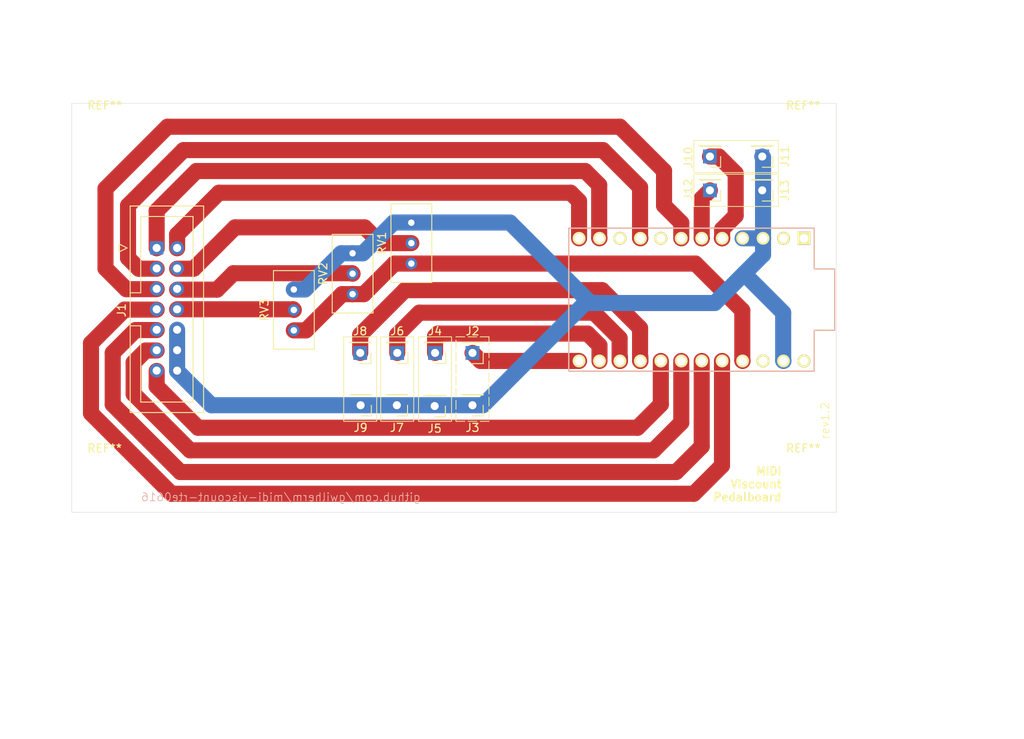
<source format=kicad_pcb>
(kicad_pcb (version 20240108) (generator "pcbnew") (generator_version "8.0")
  (title_block (rev "1.3"))
  (layers (0 "F.Cu" signal) (31 "B.Cu" signal) (34 "B.Paste" user) (35 "F.Paste" user) (36 "B.SilkS" user "B.Silkscreen") (37 "F.SilkS" user "F.Silkscreen") (38 "B.Mask" user) (39 "F.Mask" user) (44 "Edge.Cuts" user))
  (net 0 "")
  (net 1 "Net-(U1-VCC)")
  (net 3 "Net-(J2-Pin_1)")
  (net 5 "Net-(J4-Pin_1)")
  (net 8 "Net-(J10-Pin_1)")
  (net 11 "Vseg1")
  (net 12 "VSeg3")
  (net 13 "Vseg4")
  (net 14 "Vseg2")
  (net 15 "Net-(J12-Pin_1)")
  (net 16 "Net-(J6-Pin_1)")
  (net 17 "Net-(J8-Pin_1)")
  (net 18 "Net-(J1-Pin_1)")
  (net 19 "Net-(J1-Pin_7)")
  (net 20 "Net-(J1-Pin_13)")
  (net 21 "Net-(J1-Pin_9)")
  (net 22 "Net-(J1-Pin_3)")
  (net 23 "Net-(J1-Pin_11)")
  (net 24 "Net-(J1-Pin_2)")
  (net 25 "Net-(J1-Pin_5)")
  (footprint "MountingHole:MountingHole_3.2mm_M3_ISO7380" (layer "F.Cu") (at 47.6 39)
    (property "Reference" "REF**" (at 0 -3.85 0) (layer "F.SilkS"))
    (property "Value" "MountingHole_3.2mm_M3_ISO7380")
    (pad "" np_thru_hole circle (at 0 0) (size 3.2 3.2) (drill 3.2) (layers "*.Cu" "*.Mask"))
  )
  (footprint "Connector_PinHeader_2.54mm:PinHeader_1x01_P2.54mm_Vertical" (layer "F.Cu") (at 122.8 45.7 180)
    (property "Reference" "J12" (at 2.7 0.1 -90) (layer "F.SilkS"))
    (property "Value" "Conn_01x01_Pin")
    (fp_line (start 1.33 1.27) (end 1.33 1.33) (stroke (width 0.12)) (layer "F.SilkS"))
    (fp_line (start -1.33 1.33) (end 1.33 1.33) (stroke (width 0.12)) (layer "F.SilkS"))
    (fp_line (start -1.33 1.27) (end 1.33 1.27) (stroke (width 0.12)) (layer "F.SilkS"))
    (fp_line (start -1.33 1.27) (end -1.33 1.33) (stroke (width 0.12)) (layer "F.SilkS"))
    (fp_line (start -1.33 0) (end -1.33 -1.33) (stroke (width 0.12)) (layer "F.SilkS"))
    (fp_line (start -1.33 -1.33) (end 0 -1.33) (stroke (width 0.12)) (layer "F.SilkS"))
    (pad "1" thru_hole rect (at 0 0 180) (size 1.7 1.7) (drill 1) (layers "*.Cu" "*.Mask") (net 15 "Net-(J12-Pin_1)"))
  )
  (footprint "MountingHole:MountingHole_3.2mm_M3_ISO7380" (layer "F.Cu") (at 134.4 39)
    (property "Reference" "REF**" (at 0 -3.85 0) (layer "F.SilkS"))
    (property "Value" "MountingHole_3.2mm_M3_ISO7380")
    (pad "" np_thru_hole circle (at 0 0) (size 3.2 3.2) (drill 3.2) (layers "*.Cu" "*.Mask"))
  )
  (footprint "Connector_PinHeader_2.54mm:PinHeader_1x01_P2.54mm_Vertical" (layer "F.Cu") (at 88.65 65.9 180)
    (property "Reference" "J4" (at 0 2.7 180) (layer "F.SilkS"))
    (property "Value" "Conn_01x01_Pin")
    (fp_line (start 1.33 1.27) (end 1.33 1.33) (stroke (width 0.12)) (layer "F.SilkS"))
    (fp_line (start -1.33 1.33) (end 1.33 1.33) (stroke (width 0.12)) (layer "F.SilkS"))
    (fp_line (start -1.33 1.27) (end 1.33 1.27) (stroke (width 0.12)) (layer "F.SilkS"))
    (fp_line (start -1.33 1.27) (end -1.33 1.33) (stroke (width 0.12)) (layer "F.SilkS"))
    (fp_line (start -1.33 0) (end -1.33 -1.33) (stroke (width 0.12)) (layer "F.SilkS"))
    (fp_line (start -1.33 -1.33) (end 0 -1.33) (stroke (width 0.12)) (layer "F.SilkS"))
    (pad "1" thru_hole rect (at 0 0 180) (size 1.7 1.7) (drill 1) (layers "*.Cu" "*.Mask") (net 5 "Net-(J4-Pin_1)"))
  )
  (footprint "Connector_PinHeader_2.54mm:PinHeader_1x01_P2.54mm_Vertical" (layer "F.Cu") (at 88.6 72.5 180)
    (property "Reference" "J5" (at 0 -2.8 180) (layer "F.SilkS"))
    (property "Value" "Conn_01x01_Pin")
    (fp_line (start 1.33 1.27) (end 1.33 1.33) (stroke (width 0.12)) (layer "F.SilkS"))
    (fp_line (start -1.33 1.33) (end 1.33 1.33) (stroke (width 0.12)) (layer "F.SilkS"))
    (fp_line (start -1.33 1.27) (end 1.33 1.27) (stroke (width 0.12)) (layer "F.SilkS"))
    (fp_line (start -1.33 1.27) (end -1.33 1.33) (stroke (width 0.12)) (layer "F.SilkS"))
    (fp_line (start -1.33 0) (end -1.33 -1.33) (stroke (width 0.12)) (layer "F.SilkS"))
    (fp_line (start -1.33 -1.33) (end 0 -1.33) (stroke (width 0.12)) (layer "F.SilkS"))
    (pad "1" thru_hole rect (at 0 0 180) (size 1.7 1.7) (drill 1) (layers "*.Cu" "*.Mask") (net 13 "Vseg4"))
  )
  (footprint "Connector_PinHeader_2.54mm:PinHeader_1x01_P2.54mm_Vertical" (layer "F.Cu") (at 93.3 72.4 180)
    (property "Reference" "J3" (at 0 -2.8 180) (layer "F.SilkS"))
    (property "Value" "Conn_01x01_Pin")
    (fp_line (start 1.33 1.27) (end 1.33 1.33) (stroke (width 0.12)) (layer "F.SilkS"))
    (fp_line (start -1.33 1.33) (end 1.33 1.33) (stroke (width 0.12)) (layer "F.SilkS"))
    (fp_line (start -1.33 1.27) (end 1.33 1.27) (stroke (width 0.12)) (layer "F.SilkS"))
    (fp_line (start -1.33 1.27) (end -1.33 1.33) (stroke (width 0.12)) (layer "F.SilkS"))
    (fp_line (start -1.33 0) (end -1.33 -1.33) (stroke (width 0.12)) (layer "F.SilkS"))
    (fp_line (start -1.33 -1.33) (end 0 -1.33) (stroke (width 0.12)) (layer "F.SilkS"))
    (pad "1" thru_hole rect (at 0 0 180) (size 1.7 1.7) (drill 1) (layers "*.Cu" "*.Mask") (net 13 "Vseg4"))
  )
  (footprint "Connector_PinHeader_2.54mm:PinHeader_1x01_P2.54mm_Vertical" (layer "F.Cu") (at 83.9 72.4 180)
    (property "Reference" "J7" (at 0 -2.8 180) (layer "F.SilkS"))
    (property "Value" "Conn_01x01_Pin")
    (fp_line (start 1.33 1.27) (end 1.33 1.33) (stroke (width 0.12)) (layer "F.SilkS"))
    (fp_line (start -1.33 1.33) (end 1.33 1.33) (stroke (width 0.12)) (layer "F.SilkS"))
    (fp_line (start -1.33 1.27) (end 1.33 1.27) (stroke (width 0.12)) (layer "F.SilkS"))
    (fp_line (start -1.33 1.27) (end -1.33 1.33) (stroke (width 0.12)) (layer "F.SilkS"))
    (fp_line (start -1.33 0) (end -1.33 -1.33) (stroke (width 0.12)) (layer "F.SilkS"))
    (fp_line (start -1.33 -1.33) (end 0 -1.33) (stroke (width 0.12)) (layer "F.SilkS"))
    (pad "1" thru_hole rect (at 0 0 180) (size 1.7 1.7) (drill 1) (layers "*.Cu" "*.Mask") (net 13 "Vseg4"))
  )
  (footprint "MountingHole:MountingHole_3.2mm_M3_ISO7380" (layer "F.Cu") (at 134.4 81.6)
    (property "Reference" "REF**" (at 0 -3.85 0) (layer "F.SilkS"))
    (property "Value" "MountingHole_3.2mm_M3_ISO7380")
    (pad "" np_thru_hole circle (at 0 0) (size 3.2 3.2) (drill 3.2) (layers "*.Cu" "*.Mask"))
  )
  (footprint "Connector_PinHeader_2.54mm:PinHeader_1x01_P2.54mm_Vertical" (layer "F.Cu") (at 83.95 65.9 180)
    (property "Reference" "J6" (at 0 2.7 180) (layer "F.SilkS"))
    (property "Value" "Conn_01x01_Pin")
    (fp_line (start 1.33 1.27) (end 1.33 1.33) (stroke (width 0.12)) (layer "F.SilkS"))
    (fp_line (start -1.33 1.33) (end 1.33 1.33) (stroke (width 0.12)) (layer "F.SilkS"))
    (fp_line (start -1.33 1.27) (end 1.33 1.27) (stroke (width 0.12)) (layer "F.SilkS"))
    (fp_line (start -1.33 1.27) (end -1.33 1.33) (stroke (width 0.12)) (layer "F.SilkS"))
    (fp_line (start -1.33 0) (end -1.33 -1.33) (stroke (width 0.12)) (layer "F.SilkS"))
    (fp_line (start -1.33 -1.33) (end 0 -1.33) (stroke (width 0.12)) (layer "F.SilkS"))
    (pad "1" thru_hole rect (at 0 0 180) (size 1.7 1.7) (drill 1) (layers "*.Cu" "*.Mask") (net 16 "Net-(J6-Pin_1)"))
  )
  (footprint "Connector_PinHeader_2.54mm:PinHeader_1x01_P2.54mm_Vertical" (layer "F.Cu") (at 122.8 41.5 180)
    (property "Reference" "J10" (at 2.7 -0.1 -90) (layer "F.SilkS"))
    (property "Value" "Conn_01x01_Pin")
    (fp_line (start 1.33 1.27) (end 1.33 1.33) (stroke (width 0.12)) (layer "F.SilkS"))
    (fp_line (start -1.33 1.33) (end 1.33 1.33) (stroke (width 0.12)) (layer "F.SilkS"))
    (fp_line (start -1.33 1.27) (end 1.33 1.27) (stroke (width 0.12)) (layer "F.SilkS"))
    (fp_line (start -1.33 1.27) (end -1.33 1.33) (stroke (width 0.12)) (layer "F.SilkS"))
    (fp_line (start -1.33 0) (end -1.33 -1.33) (stroke (width 0.12)) (layer "F.SilkS"))
    (fp_line (start -1.33 -1.33) (end 0 -1.33) (stroke (width 0.12)) (layer "F.SilkS"))
    (pad "1" thru_hole rect (at 0 0 180) (size 1.7 1.7) (drill 1) (layers "*.Cu" "*.Mask") (net 8 "Net-(J10-Pin_1)"))
  )
  (footprint "promicro:ProMicro" (layer "F.Cu") (at 120.51 59.28 180)
    (property "Reference" "U1" (hide yes))
    (property "Value" "ProMicro" (hide yes))
    (fp_line (start 15.24 8.89) (end -15.24 8.89) (stroke (width 0.15)) (layer "B.SilkS"))
    (fp_line (start 15.24 -8.89) (end 15.24 8.89) (stroke (width 0.15)) (layer "B.SilkS"))
    (fp_line (start -15.24 8.89) (end -15.24 3.81) (stroke (width 0.15)) (layer "B.SilkS"))
    (fp_line (start -15.24 3.81) (end -17.78 3.81) (stroke (width 0.15)) (layer "B.SilkS"))
    (fp_line (start -15.24 -3.81) (end -15.24 -8.89) (stroke (width 0.15)) (layer "B.SilkS"))
    (fp_line (start -15.24 -8.89) (end 15.24 -8.89) (stroke (width 0.15)) (layer "B.SilkS"))
    (fp_line (start -17.78 3.81) (end -17.78 -3.81) (stroke (width 0.15)) (layer "B.SilkS"))
    (fp_line (start -17.78 -3.81) (end -15.24 -3.81) (stroke (width 0.15)) (layer "B.SilkS"))
    (fp_line (start 15.24 -8.89) (end 15.24 8.89) (stroke (width 0.15)) (layer "F.SilkS"))
    (fp_line (start -15.24 8.89) (end 15.24 8.89) (stroke (width 0.15)) (layer "F.SilkS"))
    (fp_line (start -15.24 8.89) (end -15.24 3.81) (stroke (width 0.15)) (layer "F.SilkS"))
    (fp_line (start -15.24 3.81) (end -17.78 3.81) (stroke (width 0.15)) (layer "F.SilkS"))
    (fp_line (start -15.24 -3.81) (end -15.24 -8.89) (stroke (width 0.15)) (layer "F.SilkS"))
    (fp_line (start -15.24 -8.89) (end 15.24 -8.89) (stroke (width 0.15)) (layer "F.SilkS"))
    (fp_line (start -17.78 3.81) (end -17.78 -3.81) (stroke (width 0.15)) (layer "F.SilkS"))
    (fp_line (start -17.78 -3.81) (end -15.24 -3.81) (stroke (width 0.15)) (layer "F.SilkS"))
    (pad "1" thru_hole rect (at -13.97 7.62 180) (size 1.6 1.6) (drill 1.1) (layers "*.Cu" "*.Mask" "F.SilkS"))
    (pad "2" thru_hole circle (at -11.43 7.62 180) (size 1.6 1.6) (drill 1.1) (layers "*.Cu" "*.Mask" "F.SilkS"))
    (pad "3" thru_hole circle (at -8.89 7.62 180) (size 1.6 1.6) (drill 1.1) (layers "*.Cu" "*.Mask" "F.SilkS") (net 13 "Vseg4"))
    (pad "4" thru_hole circle (at -6.35 7.62 180) (size 1.6 1.6) (drill 1.1) (layers "*.Cu" "*.Mask" "F.SilkS") (net 13 "Vseg4"))
    (pad "5" thru_hole circle (at -3.81 7.62 180) (size 1.6 1.6) (drill 1.1) (layers "*.Cu" "*.Mask" "F.SilkS") (net 8 "Net-(J10-Pin_1)"))
    (pad "6" thru_hole circle (at -1.27 7.62 180) (size 1.6 1.6) (drill 1.1) (layers "*.Cu" "*.Mask" "F.SilkS") (net 15 "Net-(J12-Pin_1)"))
    (pad "7" thru_hole circle (at 1.27 7.62 180) (size 1.6 1.6) (drill 1.1) (layers "*.Cu" "*.Mask" "F.SilkS") (net 25 "Net-(J1-Pin_5)"))
    (pad "8" thru_hole circle (at 3.81 7.62 180) (size 1.6 1.6) (drill 1.1) (layers "*.Cu" "*.Mask" "F.SilkS"))
    (pad "9" thru_hole circle (at 6.35 7.62 180) (size 1.6 1.6) (drill 1.1) (layers "*.Cu" "*.Mask" "F.SilkS") (net 22 "Net-(J1-Pin_3)"))
    (pad "10" thru_hole circle (at 8.89 7.62 180) (size 1.6 1.6) (drill 1.1) (layers "*.Cu" "*.Mask" "F.SilkS"))
    (pad "11" thru_hole circle (at 11.43 7.62 180) (size 1.6 1.6) (drill 1.1) (layers "*.Cu" "*.Mask" "F.SilkS") (net 18 "Net-(J1-Pin_1)"))
    (pad "12" thru_hole circle (at 13.97 7.62 180) (size 1.6 1.6) (drill 1.1) (layers "*.Cu" "*.Mask" "F.SilkS") (net 24 "Net-(J1-Pin_2)"))
    (pad "13" thru_hole circle (at 13.97 -7.62 180) (size 1.6 1.6) (drill 1.1) (layers "*.Cu" "*.Mask" "F.SilkS") (net 3 "Net-(J2-Pin_1)"))
    (pad "14" thru_hole circle (at 11.43 -7.62 180) (size 1.6 1.6) (drill 1.1) (layers "*.Cu" "*.Mask" "F.SilkS") (net 5 "Net-(J4-Pin_1)"))
    (pad "15" thru_hole circle (at 8.89 -7.62 180) (size 1.6 1.6) (drill 1.1) (layers "*.Cu" "*.Mask" "F.SilkS") (net 16 "Net-(J6-Pin_1)"))
    (pad "16" thru_hole circle (at 6.35 -7.62 180) (size 1.6 1.6) (drill 1.1) (layers "*.Cu" "*.Mask" "F.SilkS") (net 17 "Net-(J8-Pin_1)"))
    (pad "17" thru_hole circle (at 3.81 -7.62 180) (size 1.6 1.6) (drill 1.1) (layers "*.Cu" "*.Mask" "F.SilkS") (net 20 "Net-(J1-Pin_13)"))
    (pad "18" thru_hole circle (at 1.27 -7.62 180) (size 1.6 1.6) (drill 1.1) (layers "*.Cu" "*.Mask" "F.SilkS") (net 23 "Net-(J1-Pin_11)"))
    (pad "19" thru_hole circle (at -1.27 -7.62 180) (size 1.6 1.6) (drill 1.1) (layers "*.Cu" "*.Mask" "F.SilkS") (net 21 "Net-(J1-Pin_9)"))
    (pad "20" thru_hole circle (at -3.81 -7.62 180) (size 1.6 1.6) (drill 1.1) (layers "*.Cu" "*.Mask" "F.SilkS") (net 19 "Net-(J1-Pin_7)"))
    (pad "21" thru_hole circle (at -6.35 -7.62 180) (size 1.6 1.6) (drill 1.1) (layers "*.Cu" "*.Mask" "F.SilkS") (net 1 "Net-(U1-VCC)"))
    (pad "22" thru_hole circle (at -8.89 -7.62 180) (size 1.6 1.6) (drill 1.1) (layers "*.Cu" "*.Mask" "F.SilkS"))
    (pad "23" thru_hole circle (at -11.43 -7.62 180) (size 1.6 1.6) (drill 1.1) (layers "*.Cu" "*.Mask" "F.SilkS") (net 13 "Vseg4"))
    (pad "24" thru_hole circle (at -13.97 -7.62 180) (size 1.6 1.6) (drill 1.1) (layers "*.Cu" "*.Mask" "F.SilkS"))
  )
  (footprint "MountingHole:MountingHole_3.2mm_M3_ISO7380" (layer "F.Cu") (at 47.6 81.6)
    (property "Reference" "REF**" (at 0 -3.85 0) (layer "F.SilkS"))
    (property "Value" "MountingHole_3.2mm_M3_ISO7380")
    (pad "" np_thru_hole circle (at 0 0) (size 3.2 3.2) (drill 3.2) (layers "*.Cu" "*.Mask"))
  )
  (footprint "Potentiometer_THT:Potentiometer_Bourns_3296W_Vertical" (layer "F.Cu") (at 71.1 58.02 90)
    (property "Reference" "RV3" (at -2.54 -3.66 90) (layer "F.SilkS"))
    (property "Value" "R_Potentiometer")
    (fp_line (start 2.345 -2.53) (end 2.345 2.54) (stroke (width 0.12)) (layer "F.SilkS"))
    (fp_line (start -7.425 -2.53) (end 2.345 -2.53) (stroke (width 0.12)) (layer "F.SilkS"))
    (fp_line (start -7.425 -2.53) (end -7.425 2.54) (stroke (width 0.12)) (layer "F.SilkS"))
    (fp_line (start -7.425 2.54) (end 2.345 2.54) (stroke (width 0.12)) (layer "F.SilkS"))
    (pad "1" thru_hole circle (at 0 0 90) (size 1.44 1.44) (drill 0.8) (layers "*.Cu" "*.Mask") (net 13 "Vseg4"))
    (pad "2" thru_hole circle (at -2.54 0 90) (size 1.44 1.44) (drill 0.8) (layers "*.Cu" "*.Mask") (net 12 "VSeg3"))
    (pad "3" thru_hole circle (at -5.08 0 90) (size 1.44 1.44) (drill 0.8) (layers "*.Cu" "*.Mask") (net 1 "Net-(U1-VCC)"))
  )
  (footprint "Connector_IDC:IDC-Header_2x07_P2.54mm_Vertical" (layer "F.Cu") (at 54.06 52.86)
    (property "Reference" "J1" (at -4.36 7.74 90) (layer "F.SilkS"))
    (property "Value" "Conn_02x07_Odd_Even")
    (fp_line (start -4.68 -0.5) (end -4.68 0.5) (stroke (width 0.12)) (layer "F.SilkS"))
    (fp_line (start -4.68 0.5) (end -3.68 0) (stroke (width 0.12)) (layer "F.SilkS"))
    (fp_line (start -3.68 0) (end -4.68 -0.5) (stroke (width 0.12)) (layer "F.SilkS"))
    (fp_line (start -3.29 -5.21) (end 5.83 -5.21) (stroke (width 0.12)) (layer "F.SilkS"))
    (fp_line (start -3.29 5.57) (end -1.98 5.57) (stroke (width 0.12)) (layer "F.SilkS"))
    (fp_line (start -3.29 20.45) (end -3.29 -5.21) (stroke (width 0.12)) (layer "F.SilkS"))
    (fp_line (start -1.98 -3.91) (end 4.52 -3.91) (stroke (width 0.12)) (layer "F.SilkS"))
    (fp_line (start -1.98 5.57) (end -1.98 -3.91) (stroke (width 0.12)) (layer "F.SilkS"))
    (fp_line (start -1.98 9.67) (end -3.29 9.67) (stroke (width 0.12)) (layer "F.SilkS"))
    (fp_line (start -1.98 9.67) (end -1.98 9.67) (stroke (width 0.12)) (layer "F.SilkS"))
    (fp_line (start -1.98 19.15) (end -1.98 9.67) (stroke (width 0.12)) (layer "F.SilkS"))
    (fp_line (start 4.52 -3.91) (end 4.52 19.15) (stroke (width 0.12)) (layer "F.SilkS"))
    (fp_line (start 4.52 19.15) (end -1.98 19.15) (stroke (width 0.12)) (layer "F.SilkS"))
    (fp_line (start 5.83 -5.21) (end 5.83 20.45) (stroke (width 0.12)) (layer "F.SilkS"))
    (fp_line (start 5.83 20.45) (end -3.29 20.45) (stroke (width 0.12)) (layer "F.SilkS"))
    (pad "1" thru_hole roundrect (at 0 0) (size 1.7 1.7) (drill 1) (layers "*.Cu" "*.Mask") (roundrect_rratio 0.147059) (net 18 "Net-(J1-Pin_1)"))
    (pad "2" thru_hole circle (at 2.54 0) (size 1.7 1.7) (drill 1) (layers "*.Cu" "*.Mask") (net 24 "Net-(J1-Pin_2)"))
    (pad "3" thru_hole circle (at 0 2.54) (size 1.7 1.7) (drill 1) (layers "*.Cu" "*.Mask") (net 22 "Net-(J1-Pin_3)"))
    (pad "4" thru_hole circle (at 2.54 2.54) (size 1.7 1.7) (drill 1) (layers "*.Cu" "*.Mask") (net 11 "Vseg1"))
    (pad "5" thru_hole circle (at 0 5.08) (size 1.7 1.7) (drill 1) (layers "*.Cu" "*.Mask") (net 25 "Net-(J1-Pin_5)"))
    (pad "6" thru_hole circle (at 2.54 5.08) (size 1.7 1.7) (drill 1) (layers "*.Cu" "*.Mask") (net 14 "Vseg2"))
    (pad "7" thru_hole circle (at 0 7.62) (size 1.7 1.7) (drill 1) (layers "*.Cu" "*.Mask") (net 19 "Net-(J1-Pin_7)"))
    (pad "8" thru_hole circle (at 2.54 7.62) (size 1.7 1.7) (drill 1) (layers "*.Cu" "*.Mask") (net 12 "VSeg3"))
    (pad "9" thru_hole circle (at 0 10.16) (size 1.7 1.7) (drill 1) (layers "*.Cu" "*.Mask") (net 21 "Net-(J1-Pin_9)"))
    (pad "10" thru_hole circle (at 2.54 10.16) (size 1.7 1.7) (drill 1) (layers "*.Cu" "*.Mask") (net 13 "Vseg4"))
    (pad "11" thru_hole circle (at 0 12.7) (size 1.7 1.7) (drill 1) (layers "*.Cu" "*.Mask") (net 23 "Net-(J1-Pin_11)"))
    (pad "12" thru_hole circle (at 2.54 12.7) (size 1.7 1.7) (drill 1) (layers "*.Cu" "*.Mask") (net 13 "Vseg4"))
    (pad "13" thru_hole circle (at 0 15.24) (size 1.7 1.7) (drill 1) (layers "*.Cu" "*.Mask") (net 20 "Net-(J1-Pin_13)"))
    (pad "14" thru_hole circle (at 2.54 15.24) (size 1.7 1.7) (drill 1) (layers "*.Cu" "*.Mask") (net 13 "Vseg4"))
  )
  (footprint "Potentiometer_THT:Potentiometer_Bourns_3296W_Vertical" (layer "F.Cu") (at 78.4 53.52 90)
    (property "Reference" "RV2" (at -2.54 -3.66 90) (layer "F.SilkS"))
    (property "Value" "R_Potentiometer")
    (fp_line (start 2.345 -2.53) (end 2.345 2.54) (stroke (width 0.12)) (layer "F.SilkS"))
    (fp_line (start -7.425 -2.53) (end 2.345 -2.53) (stroke (width 0.12)) (layer "F.SilkS"))
    (fp_line (start -7.425 -2.53) (end -7.425 2.54) (stroke (width 0.12)) (layer "F.SilkS"))
    (fp_line (start -7.425 2.54) (end 2.345 2.54) (stroke (width 0.12)) (layer "F.SilkS"))
    (pad "1" thru_hole circle (at 0 0 90) (size 1.44 1.44) (drill 0.8) (layers "*.Cu" "*.Mask") (net 13 "Vseg4"))
    (pad "2" thru_hole circle (at -2.54 0 90) (size 1.44 1.44) (drill 0.8) (layers "*.Cu" "*.Mask") (net 14 "Vseg2"))
    (pad "3" thru_hole circle (at -5.08 0 90) (size 1.44 1.44) (drill 0.8) (layers "*.Cu" "*.Mask") (net 1 "Net-(U1-VCC)"))
  )
  (footprint "Connector_PinHeader_2.54mm:PinHeader_1x01_P2.54mm_Vertical" (layer "F.Cu") (at 79.35 65.9 180)
    (property "Reference" "J8" (at 0 2.7 180) (layer "F.SilkS"))
    (property "Value" "Conn_01x01_Pin")
    (fp_line (start 1.33 1.27) (end 1.33 1.33) (stroke (width 0.12)) (layer "F.SilkS"))
    (fp_line (start -1.33 1.33) (end 1.33 1.33) (stroke (width 0.12)) (layer "F.SilkS"))
    (fp_line (start -1.33 1.27) (end 1.33 1.27) (stroke (width 0.12)) (layer "F.SilkS"))
    (fp_line (start -1.33 1.27) (end -1.33 1.33) (stroke (width 0.12)) (layer "F.SilkS"))
    (fp_line (start -1.33 0) (end -1.33 -1.33) (stroke (width 0.12)) (layer "F.SilkS"))
    (fp_line (start -1.33 -1.33) (end 0 -1.33) (stroke (width 0.12)) (layer "F.SilkS"))
    (pad "1" thru_hole rect (at 0 0 180) (size 1.7 1.7) (drill 1) (layers "*.Cu" "*.Mask") (net 17 "Net-(J8-Pin_1)"))
  )
  (footprint "Connector_PinHeader_2.54mm:PinHeader_1x01_P2.54mm_Vertical" (layer "F.Cu") (at 79.4 72.4 180)
    (property "Reference" "J9" (at 0 -2.8 180) (layer "F.SilkS"))
    (property "Value" "Conn_01x01_Pin")
    (fp_line (start 1.33 1.27) (end 1.33 1.33) (stroke (width 0.12)) (layer "F.SilkS"))
    (fp_line (start -1.33 1.33) (end 1.33 1.33) (stroke (width 0.12)) (layer "F.SilkS"))
    (fp_line (start -1.33 1.27) (end 1.33 1.27) (stroke (width 0.12)) (layer "F.SilkS"))
    (fp_line (start -1.33 1.27) (end -1.33 1.33) (stroke (width 0.12)) (layer "F.SilkS"))
    (fp_line (start -1.33 0) (end -1.33 -1.33) (stroke (width 0.12)) (layer "F.SilkS"))
    (fp_line (start -1.33 -1.33) (end 0 -1.33) (stroke (width 0.12)) (layer "F.SilkS"))
    (pad "1" thru_hole rect (at 0 0 180) (size 1.7 1.7) (drill 1) (layers "*.Cu" "*.Mask") (net 13 "Vseg4"))
  )
  (footprint "Connector_PinHeader_2.54mm:PinHeader_1x01_P2.54mm_Vertical" (layer "F.Cu") (at 129.3 41.5 180)
    (property "Reference" "J11" (at -2.8 0 -90) (layer "F.SilkS"))
    (property "Value" "Conn_01x01_Pin")
    (fp_line (start 1.33 1.27) (end 1.33 1.33) (stroke (width 0.12)) (layer "F.SilkS"))
    (fp_line (start -1.33 1.33) (end 1.33 1.33) (stroke (width 0.12)) (layer "F.SilkS"))
    (fp_line (start -1.33 1.27) (end 1.33 1.27) (stroke (width 0.12)) (layer "F.SilkS"))
    (fp_line (start -1.33 1.27) (end -1.33 1.33) (stroke (width 0.12)) (layer "F.SilkS"))
    (fp_line (start -1.33 0) (end -1.33 -1.33) (stroke (width 0.12)) (layer "F.SilkS"))
    (fp_line (start -1.33 -1.33) (end 0 -1.33) (stroke (width 0.12)) (layer "F.SilkS"))
    (pad "1" thru_hole rect (at 0 0 180) (size 1.7 1.7) (drill 1) (layers "*.Cu" "*.Mask") (net 13 "Vseg4"))
  )
  (footprint "Connector_PinHeader_2.54mm:PinHeader_1x01_P2.54mm_Vertical" (layer "F.Cu") (at 93.3 65.9 180)
    (property "Reference" "J2" (at 0 2.7 180) (layer "F.SilkS"))
    (property "Value" "Conn_01x01_Pin")
    (fp_line (start 1.33 1.27) (end 1.33 1.33) (stroke (width 0.12)) (layer "F.SilkS"))
    (fp_line (start -1.33 1.33) (end 1.33 1.33) (stroke (width 0.12)) (layer "F.SilkS"))
    (fp_line (start -1.33 1.27) (end 1.33 1.27) (stroke (width 0.12)) (layer "F.SilkS"))
    (fp_line (start -1.33 1.27) (end -1.33 1.33) (stroke (width 0.12)) (layer "F.SilkS"))
    (fp_line (start -1.33 0) (end -1.33 -1.33) (stroke (width 0.12)) (layer "F.SilkS"))
    (fp_line (start -1.33 -1.33) (end 0 -1.33) (stroke (width 0.12)) (layer "F.SilkS"))
    (pad "1" thru_hole rect (at 0 0 180) (size 1.7 1.7) (drill 1) (layers "*.Cu" "*.Mask") (net 3 "Net-(J2-Pin_1)"))
  )
  (footprint "Connector_PinHeader_2.54mm:PinHeader_1x01_P2.54mm_Vertical" (layer "F.Cu") (at 129.3 45.7 180)
    (property "Reference" "J13" (at -2.8 0 -90) (layer "F.SilkS"))
    (property "Value" "Conn_01x01_Pin")
    (fp_line (start 1.33 1.27) (end 1.33 1.33) (stroke (width 0.12)) (layer "F.SilkS"))
    (fp_line (start -1.33 1.33) (end 1.33 1.33) (stroke (width 0.12)) (layer "F.SilkS"))
    (fp_line (start -1.33 1.27) (end 1.33 1.27) (stroke (width 0.12)) (layer "F.SilkS"))
    (fp_line (start -1.33 1.27) (end -1.33 1.33) (stroke (width 0.12)) (layer "F.SilkS"))
    (fp_line (start -1.33 0) (end -1.33 -1.33) (stroke (width 0.12)) (layer "F.SilkS"))
    (fp_line (start -1.33 -1.33) (end 0 -1.33) (stroke (width 0.12)) (layer "F.SilkS"))
    (pad "1" thru_hole rect (at 0 0 180) (size 1.7 1.7) (drill 1) (layers "*.Cu" "*.Mask") (net 13 "Vseg4"))
  )
  (footprint "Potentiometer_THT:Potentiometer_Bourns_3296W_Vertical" (layer "F.Cu") (at 85.7 49.72 90)
    (property "Reference" "RV1" (at -2.54 -3.66 90) (layer "F.SilkS"))
    (property "Value" "R_Potentiometer")
    (fp_line (start 2.345 -2.53) (end 2.345 2.54) (stroke (width 0.12)) (layer "F.SilkS"))
    (fp_line (start -7.425 -2.53) (end 2.345 -2.53) (stroke (width 0.12)) (layer "F.SilkS"))
    (fp_line (start -7.425 -2.53) (end -7.425 2.54) (stroke (width 0.12)) (layer "F.SilkS"))
    (fp_line (start -7.425 2.54) (end 2.345 2.54) (stroke (width 0.12)) (layer "F.SilkS"))
    (pad "1" thru_hole circle (at 0 0 90) (size 1.44 1.44) (drill 0.8) (layers "*.Cu" "*.Mask") (net 13 "Vseg4"))
    (pad "2" thru_hole circle (at -2.54 0 90) (size 1.44 1.44) (drill 0.8) (layers "*.Cu" "*.Mask") (net 11 "Vseg1"))
    (pad "3" thru_hole circle (at -5.08 0 90) (size 1.44 1.44) (drill 0.8) (layers "*.Cu" "*.Mask") (net 1 "Net-(U1-VCC)"))
  )
  (gr_rect (start 120.8 39.5) (end 131.3 43.5) (stroke (width 0.1)) (fill none) (layer "F.SilkS"))
  (gr_rect (start 91.25 63.9) (end 95.35 74.4) (stroke (width 0.1) (type dash)) (fill none) (layer "F.SilkS"))
  (gr_rect (start 77.3 63.9) (end 81.4 74.4) (stroke (width 0.1)) (fill none) (layer "F.SilkS"))
  (gr_rect (start 86.6 63.9) (end 90.7 74.4) (stroke (width 0.1)) (fill none) (layer "F.SilkS"))
  (gr_rect (start 120.8 43.7) (end 131.3 47.7) (stroke (width 0.1)) (fill none) (layer "F.SilkS"))
  (gr_rect (start 81.9 63.9) (end 86 74.4) (stroke (width 0.1)) (fill none) (layer "F.SilkS"))
  (gr_rect (start 43.5 34.9) (end 138.5 85.7) (stroke (width 0.05)) (fill none) (layer "Edge.Cuts"))
  (gr_text "github.com/gwilherm/midi-viscount-rte0616" (at 86.9 84.4 0) (layer "B.SilkS") (effects (font (size 1 1) (thickness 0.1)) (justify left bottom mirror)))
  (gr_text "rev1.2" (at 137.7 76.7 90) (layer "F.SilkS") (effects (font (size 1 1) (thickness 0.1)) (justify left bottom)))
  (gr_text "MIDI\nViscount\nPedalboard" (at 131.8 84.4 0) (layer "F.SilkS") (effects (font (size 1 1) (thickness 0.2) (bold yes)) (justify right bottom)))
  (segment (start 126.82 66.86) (end 126.86 66.9) (width 2) (layer "F.Cu") (net 1))
  (segment (start 79.8 58.6) (end 83.6 54.8) (width 2) (layer "F.Cu") (net 1))
  (segment (start 78.4 58.6) (end 77.1 58.6) (width 2) (layer "F.Cu") (net 1))
  (segment (start 78.4 58.6) (end 79.8 58.6) (width 2) (layer "F.Cu") (net 1))
  (segment (start 77.1 58.6) (end 72.6 63.1) (width 2) (layer "F.Cu") (net 1))
  (segment (start 83.6 54.8) (end 121 54.8) (width 2) (layer "F.Cu") (net 1))
  (segment (start 72.6 63.1) (end 71.1 63.1) (width 2) (layer "F.Cu") (net 1))
  (segment (start 121 54.8) (end 126.82 60.62) (width 2) (layer "F.Cu") (net 1))
  (segment (start 78.38 58.58) (end 78.4 58.6) (width 2) (layer "F.Cu") (net 1))
  (segment (start 126.82 60.62) (end 126.82 66.86) (width 2) (layer "F.Cu") (net 1))
  (segment (start 94.3 66.9) (end 93.3 65.9) (width 2) (layer "F.Cu") (net 3))
  (segment (start 106.54 66.9) (end 94.3 66.9) (width 2) (layer "F.Cu") (net 3))
  (segment (start 89 63.5) (end 88.65 63.85) (width 2) (layer "F.Cu") (net 5))
  (segment (start 109.08 66.9) (end 109.08 64.98) (width 2) (layer "F.Cu") (net 5))
  (segment (start 107.6 63.5) (end 89 63.5) (width 2) (layer "F.Cu") (net 5))
  (segment (start 109.08 64.98) (end 107.6 63.5) (width 2) (layer "F.Cu") (net 5))
  (segment (start 88.65 63.85) (end 88.65 65.9) (width 2) (layer "F.Cu") (net 5))
  (segment (start 124.32 50.52863) (end 126 48.84863) (width 2) (layer "F.Cu") (net 8))
  (segment (start 123.9 41.5) (end 122.8 41.5) (width 2) (layer "F.Cu") (net 8))
  (segment (start 124.32 51.66) (end 124.32 50.52863) (width 2) (layer "F.Cu") (net 8))
  (segment (start 124.32 51.66) (end 124.28 51.62) (width 2) (layer "F.Cu") (net 8))
  (segment (start 126 48.84863) (end 126 43.6) (width 2) (layer "F.Cu") (net 8))
  (segment (start 126 43.6) (end 123.9 41.5) (width 2) (layer "F.Cu") (net 8))
  (segment (start 56.6 55.44) (end 58.66 55.44) (width 2) (layer "F.Cu") (net 11))
  (segment (start 63.8 50.3) (end 79.9 50.3) (width 2) (layer "F.Cu") (net 11))
  (segment (start 81.86 52.26) (end 85.7 52.26) (width 2) (layer "F.Cu") (net 11))
  (segment (start 79.9 50.3) (end 81.86 52.26) (width 2) (layer "F.Cu") (net 11))
  (segment (start 58.66 55.44) (end 63.8 50.3) (width 2) (layer "F.Cu") (net 11))
  (segment (start 56.6 60.48) (end 71.02 60.48) (width 2) (layer "F.Cu") (net 12))
  (segment (start 71.02 60.48) (end 71.1 60.56) (width 2) (layer "F.Cu") (net 12))
  (segment (start 107.95 59.7) (end 97.95 49.7) (width 2) (layer "B.Cu") (net 13))
  (segment (start 129.4 51.66) (end 129.4 41.6) (width 2) (layer "B.Cu") (net 13))
  (segment (start 129.4 41.6) (end 129.3 41.5) (width 2) (layer "B.Cu") (net 13))
  (segment (start 123.4 59.7) (end 129.4 53.7) (width 2) (layer "B.Cu") (net 13))
  (segment (start 97.95 49.7) (end 83.5 49.7) (width 2) (layer "B.Cu") (net 13))
  (segment (start 56.6 63.02) (end 56.6 68.1) (width 2) (layer "B.Cu") (net 13))
  (segment (start 108 59.7) (end 107.95 59.7) (width 2) (layer "B.Cu") (net 13))
  (segment (start 108 59.7) (end 123.4 59.7) (width 2) (layer "B.Cu") (net 13))
  (segment (start 126.86 51.66) (end 129.4 51.66) (width 2) (layer "B.Cu") (net 13))
  (segment (start 129.4 53.7) (end 129.4 51.66) (width 2) (layer "B.Cu") (net 13))
  (segment (start 131.9 66.86) (end 131.9 60.9) (width 2) (layer "B.Cu") (net 13))
  (segment (start 94.6 72.4) (end 107.3 59.7) (width 2) (layer "B.Cu") (net 13))
  (segment (start 76.98 53.52) (end 72.48 58.02) (width 2) (layer "B.Cu") (net 13))
  (segment (start 56.6 68.14) (end 60.86 72.4) (width 2) (layer "B.Cu") (net 13))
  (segment (start 72.48 58.02) (end 71.1 58.02) (width 2) (layer "B.Cu") (net 13))
  (segment (start 131.94 66.9) (end 131.9 66.86) (width 2) (layer "B.Cu") (net 13))
  (segment (start 107.3 59.7) (end 108 59.7) (width 2) (layer "B.Cu") (net 13))
  (segment (start 83.5 49.7) (end 79.68 53.52) (width 2) (layer "B.Cu") (net 13))
  (segment (start 78.4 53.52) (end 76.98 53.52) (width 2) (layer "B.Cu") (net 13))
  (segment (start 60.86 72.4) (end 94.6 72.4) (width 2) (layer "B.Cu") (net 13))
  (segment (start 79.68 53.52) (end 78.4 53.52) (width 2) (layer "B.Cu") (net 13))
  (segment (start 131.9 60.9) (end 127.05 56.05) (width 2) (layer "B.Cu") (net 13))
  (segment (start 78.34 56) (end 78.4 56.06) (width 2) (layer "F.Cu") (net 14))
  (segment (start 63.6 56) (end 78.34 56) (width 2) (layer "F.Cu") (net 14))
  (segment (start 56.6 58.04) (end 61.56 58.04) (width 2) (layer "F.Cu") (net 14))
  (segment (start 61.56 58.04) (end 63.6 56) (width 2) (layer "F.Cu") (net 14))
  (segment (start 121.8 51.64) (end 121.78 51.66) (width 2) (layer "F.Cu") (net 15))
  (segment (start 121.78 51.66) (end 121.78 46.72) (width 2) (layer "F.Cu") (net 15))
  (segment (start 121.78 46.72) (end 122.8 45.7) (width 2) (layer "F.Cu") (net 15))
  (segment (start 111.62 66.4) (end 111.62 66.9) (width 2) (layer "F.Cu") (net 16))
  (segment (start 83.95 63.65) (end 83.95 65.9) (width 2) (layer "F.Cu") (net 16))
  (segment (start 111.58 64.08) (end 108.4 60.9) (width 2) (layer "F.Cu") (net 16))
  (segment (start 111.62 66.9) (end 111.58 66.86) (width 2) (layer "F.Cu") (net 16))
  (segment (start 108.4 60.9) (end 86.7 60.9) (width 2) (layer "F.Cu") (net 16))
  (segment (start 111.58 66.86) (end 111.58 64.08) (width 2) (layer "F.Cu") (net 16))
  (segment (start 86.7 60.9) (end 83.95 63.65) (width 2) (layer "F.Cu") (net 16))
  (segment (start 79.35 63.65) (end 79.35 65.9) (width 2) (layer "F.Cu") (net 17))
  (segment (start 84.9 58.1) (end 79.35 63.65) (width 2) (layer "F.Cu") (net 17))
  (segment (start 114.12 62.82) (end 109.4 58.1) (width 2) (layer "F.Cu") (net 17))
  (segment (start 109.4 58.1) (end 84.9 58.1) (width 2) (layer "F.Cu") (net 17))
  (segment (start 114.12 66.86) (end 114.12 62.82) (width 2) (layer "F.Cu") (net 17))
  (segment (start 114.16 66.9) (end 114.12 66.86) (width 2) (layer "F.Cu") (net 17))
  (segment (start 114.16 66.4) (end 114.16 66.9) (width 2) (layer "F.Cu") (net 17))
  (segment (start 107.3 43.3) (end 59 43.3) (width 2) (layer "F.Cu") (net 18))
  (segment (start 109.04 45.04) (end 107.3 43.3) (width 2) (layer "F.Cu") (net 18))
  (segment (start 59 43.3) (end 54.06 48.24) (width 2) (layer "F.Cu") (net 18))
  (segment (start 109.04 51.62) (end 109.04 45.04) (width 2) (layer "F.Cu") (net 18))
  (segment (start 54.06 48.24) (end 54.06 52.9) (width 2) (layer "F.Cu") (net 18))
  (segment (start 109.08 51.66) (end 109.04 51.62) (width 2) (layer "F.Cu") (net 18))
  (segment (start 124.3 66.92) (end 124.3 79.9) (width 2) (layer "F.Cu") (net 19))
  (segment (start 45.9 73.4) (end 45.9 64.7) (width 2) (layer "F.Cu") (net 19))
  (segment (start 124.3 79.9) (end 120.8 83.4) (width 2) (layer "F.Cu") (net 19))
  (segment (start 50.08 60.52) (end 54.06 60.52) (width 2) (layer "F.Cu") (net 19))
  (segment (start 45.9 64.7) (end 50.08 60.52) (width 2) (layer "F.Cu") (net 19))
  (segment (start 120.8 83.4) (end 55.9 83.4) (width 2) (layer "F.Cu") (net 19))
  (segment (start 124.32 66.9) (end 124.3 66.92) (width 2) (layer "F.Cu") (net 19))
  (segment (start 55.9 83.4) (end 45.9 73.4) (width 2) (layer "F.Cu") (net 19))
  (segment (start 59.2 75.2) (end 54.06 70.06) (width 2) (layer "F.Cu") (net 20))
  (segment (start 116.7 66.9) (end 116.7 72.3) (width 2) (layer "F.Cu") (net 20))
  (segment (start 54.06 70.06) (end 54.06 68.14) (width 2) (layer "F.Cu") (net 20))
  (segment (start 113.8 75.2) (end 59.2 75.2) (width 2) (layer "F.Cu") (net 20))
  (segment (start 116.7 72.3) (end 113.8 75.2) (width 2) (layer "F.Cu") (net 20))
  (segment (start 48.6 72.3) (end 48.6 65.9) (width 2) (layer "F.Cu") (net 21))
  (segment (start 51.44 63.06) (end 54.06 63.06) (width 2) (layer "F.Cu") (net 21))
  (segment (start 121.78 66.9) (end 121.78 77.52) (width 2) (layer "F.Cu") (net 21))
  (segment (start 48.6 65.9) (end 51.44 63.06) (width 2) (layer "F.Cu") (net 21))
  (segment (start 57 80.7) (end 48.6 72.3) (width 2) (layer "F.Cu") (net 21))
  (segment (start 121.78 77.52) (end 118.6 80.7) (width 2) (layer "F.Cu") (net 21))
  (segment (start 118.6 80.7) (end 57 80.7) (width 2) (layer "F.Cu") (net 21))
  (segment (start 50.5 54.1) (end 50.5 47.6) (width 2) (layer "F.Cu") (net 22))
  (segment (start 57.4 40.7) (end 109.5 40.7) (width 2) (layer "F.Cu") (net 22))
  (segment (start 50.5 47.6) (end 57.4 40.7) (width 2) (layer "F.Cu") (net 22))
  (segment (start 54.06 55.44) (end 51.84 55.44) (width 2) (layer "F.Cu") (net 22))
  (segment (start 51.84 55.44) (end 50.5 54.1) (width 2) (layer "F.Cu") (net 22))
  (segment (start 109.5 40.7) (end 114.12 45.32) (width 2) (layer "F.Cu") (net 22))
  (segment (start 114.12 51.62) (end 114.16 51.66) (width 2) (layer "F.Cu") (net 22))
  (segment (start 114.12 45.32) (end 114.12 51.62) (width 2) (layer "F.Cu") (net 22))
  (segment (start 52.7 65.6) (end 54.06 65.6) (width 2) (layer "F.Cu") (net 23))
  (segment (start 119.24 66.9) (end 119.24 74.56) (width 2) (layer "F.Cu") (net 23))
  (segment (start 51.2 71) (end 51.2 67.1) (width 2) (layer "F.Cu") (net 23))
  (segment (start 115.8 78) (end 58.2 78) (width 2) (layer "F.Cu") (net 23))
  (segment (start 119.24 74.56) (end 115.8 78) (width 2) (layer "F.Cu") (net 23))
  (segment (start 51.2 67.1) (end 52.7 65.6) (width 2) (layer "F.Cu") (net 23))
  (segment (start 58.2 78) (end 51.2 71) (width 2) (layer "F.Cu") (net 23))
  (segment (start 56.6 51.2) (end 61.8 46) (width 2) (layer "F.Cu") (net 24))
  (segment (start 105.5 46) (end 106.54 47.04) (width 2) (layer "F.Cu") (net 24))
  (segment (start 61.8 46) (end 105.5 46) (width 2) (layer "F.Cu") (net 24))
  (segment (start 56.6 52.9) (end 56.6 51.2) (width 2) (layer "F.Cu") (net 24))
  (segment (start 106.54 47.04) (end 106.54 51.66) (width 2) (layer "F.Cu") (net 24))
  (segment (start 47.7 55.4) (end 47.7 45.5) (width 2) (layer "F.Cu") (net 25))
  (segment (start 54.06 57.98) (end 50.28 57.98) (width 2) (layer "F.Cu") (net 25))
  (segment (start 55.4 37.8) (end 111.614214 37.8) (width 2) (layer "F.Cu") (net 25))
  (segment (start 111.614214 37.8) (end 117.1 43.285786) (width 2) (layer "F.Cu") (net 25))
  (segment (start 119.24 49.74) (end 119.24 51.66) (width 2) (layer "F.Cu") (net 25))
  (segment (start 117.1 43.285786) (end 117.1 47.6) (width 2) (layer "F.Cu") (net 25))
  (segment (start 50.28 57.98) (end 47.7 55.4) (width 2) (layer "F.Cu") (net 25))
  (segment (start 47.7 45.5) (end 55.4 37.8) (width 2) (layer "F.Cu") (net 25))
  (segment (start 117.1 47.6) (end 119.24 49.74) (width 2) (layer "F.Cu") (net 25))
)
</source>
